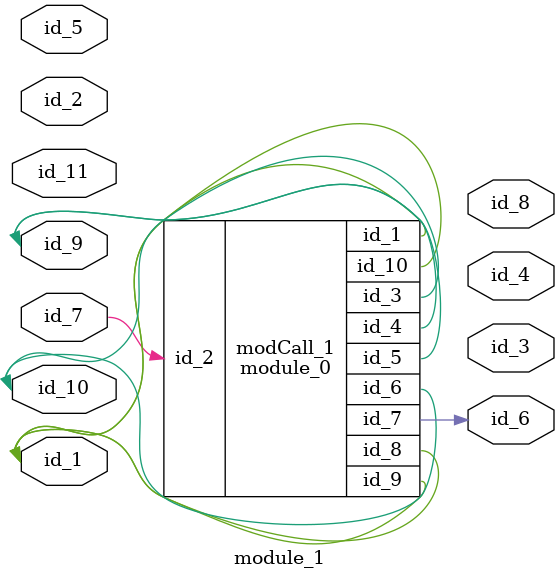
<source format=v>
module module_0 (
    id_1,
    id_2,
    id_3,
    id_4,
    id_5,
    id_6,
    id_7,
    id_8,
    id_9,
    id_10
);
  inout wire id_10;
  inout wire id_9;
  inout wire id_8;
  output wire id_7;
  output wire id_6;
  output wire id_5;
  output wire id_4;
  inout wire id_3;
  input wire id_2;
  inout wire id_1;
  assign id_4 = 1 || ~id_3;
endmodule
module module_1 (
    id_1,
    id_2,
    id_3,
    id_4,
    id_5,
    id_6,
    id_7,
    id_8,
    id_9,
    id_10,
    id_11
);
  input wire id_11;
  inout wire id_10;
  inout wire id_9;
  output wire id_8;
  input wire id_7;
  output wire id_6;
  inout wire id_5;
  output wire id_4;
  output wire id_3;
  input wire id_2;
  inout wire id_1;
  assign id_8[1] = 1;
  module_0 modCall_1 (
      id_1,
      id_7,
      id_10,
      id_9,
      id_9,
      id_10,
      id_6,
      id_1,
      id_1,
      id_1
  );
endmodule

</source>
